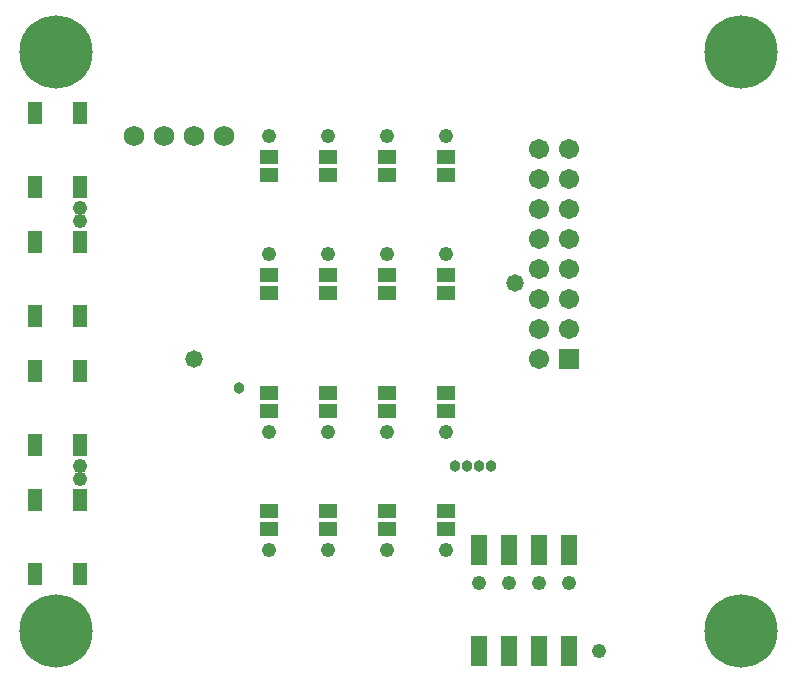
<source format=gts>
G04 Layer_Color=8388736*
%FSLAX25Y25*%
%MOIN*%
G70*
G01*
G75*
%ADD31R,0.06312X0.05131*%
%ADD32R,0.05249X0.10406*%
%ADD33R,0.04737X0.07493*%
%ADD34R,0.06706X0.06706*%
%ADD35C,0.06706*%
%ADD36C,0.06800*%
%ADD37C,0.24409*%
%ADD38C,0.04800*%
%ADD39C,0.05800*%
%ADD40C,0.03800*%
D31*
X39370Y-16732D02*
D03*
Y-22638D02*
D03*
X-0Y-16732D02*
D03*
Y-22638D02*
D03*
X59055Y-16732D02*
D03*
Y-22638D02*
D03*
X19685Y-16732D02*
D03*
Y-22638D02*
D03*
X39370Y-56102D02*
D03*
Y-62008D02*
D03*
X59055Y-56102D02*
D03*
Y-62008D02*
D03*
X19685Y-56102D02*
D03*
Y-62008D02*
D03*
X-0Y-56102D02*
D03*
Y-62008D02*
D03*
X0Y16732D02*
D03*
Y22638D02*
D03*
X59055Y16732D02*
D03*
Y22638D02*
D03*
X39370Y16732D02*
D03*
Y22638D02*
D03*
X19685Y16732D02*
D03*
Y22638D02*
D03*
X0Y56102D02*
D03*
Y62008D02*
D03*
X19685Y56102D02*
D03*
Y62008D02*
D03*
X39370Y56102D02*
D03*
Y62008D02*
D03*
X59055Y56102D02*
D03*
Y62008D02*
D03*
D32*
X100000Y-102858D02*
D03*
X90000D02*
D03*
X80000D02*
D03*
X70000D02*
D03*
X100000Y-69000D02*
D03*
X90000D02*
D03*
X70000D02*
D03*
X80000D02*
D03*
D33*
X-63000Y51961D02*
D03*
Y76764D02*
D03*
X-77961Y51961D02*
D03*
Y76764D02*
D03*
X-63000Y8961D02*
D03*
Y33764D02*
D03*
X-77961Y8961D02*
D03*
Y33764D02*
D03*
X-63000Y-34039D02*
D03*
Y-9236D02*
D03*
X-77961Y-34039D02*
D03*
Y-9236D02*
D03*
X-63000Y-77039D02*
D03*
Y-52236D02*
D03*
X-77961Y-77039D02*
D03*
Y-52236D02*
D03*
D34*
X100000Y-5236D02*
D03*
D35*
X90000D02*
D03*
X100000Y4764D02*
D03*
X90000D02*
D03*
X100000Y14764D02*
D03*
X90000D02*
D03*
X100000Y24764D02*
D03*
X90000D02*
D03*
X100000Y34764D02*
D03*
X90000D02*
D03*
X100000Y44764D02*
D03*
X90000D02*
D03*
X100000Y54764D02*
D03*
X90000D02*
D03*
X100000Y64764D02*
D03*
X90000D02*
D03*
D36*
X-45000Y68898D02*
D03*
X-35000D02*
D03*
X-25000D02*
D03*
X-15000D02*
D03*
D37*
X-71220Y-96063D02*
D03*
X157126D02*
D03*
Y96850D02*
D03*
X-71220D02*
D03*
D38*
X109858Y-102858D02*
D03*
X59055Y-68968D02*
D03*
X39370D02*
D03*
X19685D02*
D03*
X-0D02*
D03*
X59055Y-29598D02*
D03*
X39370D02*
D03*
X19685D02*
D03*
X-0D02*
D03*
X19685Y29598D02*
D03*
X39370D02*
D03*
X0D02*
D03*
X59055Y68968D02*
D03*
X39370D02*
D03*
X19685D02*
D03*
X0D02*
D03*
X59055Y29598D02*
D03*
X-63000Y40764D02*
D03*
Y-45276D02*
D03*
Y-41000D02*
D03*
Y45000D02*
D03*
X100000Y-80000D02*
D03*
X90000D02*
D03*
X80000D02*
D03*
X70000D02*
D03*
D39*
X-25000Y-5236D02*
D03*
X82000Y20000D02*
D03*
D40*
X-10000Y-15000D02*
D03*
X66000Y-41000D02*
D03*
X74000D02*
D03*
X70000D02*
D03*
X62000D02*
D03*
M02*

</source>
